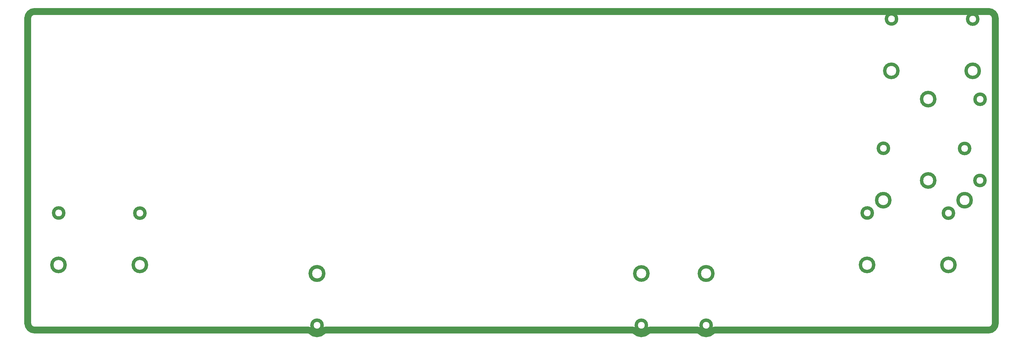
<source format=gbr>
%TF.GenerationSoftware,KiCad,Pcbnew,8.0.1*%
%TF.CreationDate,2026-01-03T23:46:27+09:00*%
%TF.ProjectId,Cloudnine_rp2040,436c6f75-646e-4696-9e65-5f7270323034,rev?*%
%TF.SameCoordinates,Original*%
%TF.FileFunction,Legend,Top*%
%TF.FilePolarity,Positive*%
%FSLAX46Y46*%
G04 Gerber Fmt 4.6, Leading zero omitted, Abs format (unit mm)*
G04 Created by KiCad (PCBNEW 8.0.1) date 2026-01-03 23:46:27*
%MOMM*%
%LPD*%
G01*
G04 APERTURE LIST*
%ADD10C,2.000000*%
%ADD11C,1.000000*%
G04 APERTURE END LIST*
D10*
X204533331Y-117650000D02*
X218491667Y-117650000D01*
X23774999Y-117650000D02*
X104191699Y-117650000D01*
X21774999Y-26050000D02*
G75*
G02*
X23774999Y-24049999I2000001J0D01*
G01*
X223558331Y-117650000D02*
X303975001Y-117650000D01*
X303975000Y-24050000D02*
X23774999Y-24050000D01*
X199466667Y-117650000D02*
G75*
G02*
X200190493Y-117959983I33J-1000000D01*
G01*
X222834522Y-117960001D02*
G75*
G02*
X219215478Y-117960000I-1809522J1725001D01*
G01*
X305975000Y-115650001D02*
X305975000Y-26049999D01*
X108534521Y-117960000D02*
G75*
G02*
X104915478Y-117959999I-1809521J1725000D01*
G01*
X203809522Y-117960000D02*
G75*
G02*
X200190476Y-117960000I-1809523J1725002D01*
G01*
X218491667Y-117650000D02*
G75*
G02*
X219215494Y-117959984I33J-1000000D01*
G01*
X104191699Y-117650000D02*
G75*
G02*
X104915472Y-117960005I1J-999900D01*
G01*
X222834522Y-117960001D02*
G75*
G02*
X223558331Y-117650024I723778J-689999D01*
G01*
X108534522Y-117960001D02*
G75*
G02*
X109264230Y-117650018I723978J-690399D01*
G01*
X23774999Y-117650000D02*
G75*
G02*
X21775000Y-115650001I1J2000000D01*
G01*
X303975000Y-24050000D02*
G75*
G02*
X305975000Y-26049999I0J-2000000D01*
G01*
X305975000Y-115650001D02*
G75*
G02*
X303975001Y-117650000I-2000000J1D01*
G01*
X109264230Y-117650000D02*
X199466667Y-117650000D01*
X21774999Y-26050000D02*
X21774998Y-115650001D01*
X203809522Y-117960000D02*
G75*
G02*
X204533331Y-117650023I723778J-690000D01*
G01*
D11*
%TO.C,REF\u002A\u002A*%
X270250000Y-98500000D02*
G75*
G02*
X266350000Y-98500000I-1950000J0D01*
G01*
X266350000Y-98500000D02*
G75*
G02*
X270250000Y-98500000I1950000J0D01*
G01*
X269850000Y-83250000D02*
G75*
G02*
X266850000Y-83250000I-1500000J0D01*
G01*
X266850000Y-83250000D02*
G75*
G02*
X269850000Y-83250000I1500000J0D01*
G01*
X293700000Y-83300000D02*
G75*
G02*
X290700000Y-83300000I-1500000J0D01*
G01*
X290700000Y-83300000D02*
G75*
G02*
X293700000Y-83300000I1500000J0D01*
G01*
X294150000Y-98500000D02*
G75*
G02*
X290250000Y-98500000I-1950000J0D01*
G01*
X290250000Y-98500000D02*
G75*
G02*
X294150000Y-98500000I1950000J0D01*
G01*
X108725000Y-101024200D02*
G75*
G02*
X104724998Y-101024200I-2000001J0D01*
G01*
X104724998Y-101024200D02*
G75*
G02*
X108725000Y-101024200I2000001J0D01*
G01*
X108225000Y-116234999D02*
G75*
G02*
X105225000Y-116234999I-1500000J0D01*
G01*
X105225000Y-116234999D02*
G75*
G02*
X108225000Y-116234999I1500000J0D01*
G01*
X223025000Y-101025000D02*
G75*
G02*
X219025000Y-101025000I-2000000J0D01*
G01*
X219025000Y-101025000D02*
G75*
G02*
X223025000Y-101025000I2000000J0D01*
G01*
X222525000Y-116234999D02*
G75*
G02*
X219525000Y-116234999I-1500000J0D01*
G01*
X219525000Y-116234999D02*
G75*
G02*
X222525000Y-116234999I1500000J0D01*
G01*
X288200000Y-49800000D02*
G75*
G02*
X284300000Y-49800000I-1950000J0D01*
G01*
X284300000Y-49800000D02*
G75*
G02*
X288200000Y-49800000I1950000J0D01*
G01*
X288200000Y-73700000D02*
G75*
G02*
X284300000Y-73700000I-1950000J0D01*
G01*
X284300000Y-73700000D02*
G75*
G02*
X288200000Y-73700000I1950000J0D01*
G01*
X302950000Y-73700000D02*
G75*
G02*
X299950000Y-73700000I-1500000J0D01*
G01*
X299950000Y-73700000D02*
G75*
G02*
X302950000Y-73700000I1500000J0D01*
G01*
X303000000Y-49850000D02*
G75*
G02*
X300000000Y-49850000I-1500000J0D01*
G01*
X300000000Y-49850000D02*
G75*
G02*
X303000000Y-49850000I1500000J0D01*
G01*
X108700000Y-101025000D02*
G75*
G02*
X104800000Y-101025000I-1950000J0D01*
G01*
X104800000Y-101025000D02*
G75*
G02*
X108700000Y-101025000I1950000J0D01*
G01*
X108250000Y-116234999D02*
G75*
G02*
X105250000Y-116234999I-1500000J0D01*
G01*
X105250000Y-116234999D02*
G75*
G02*
X108250000Y-116234999I1500000J0D01*
G01*
X203950000Y-101025000D02*
G75*
G02*
X200050000Y-101025000I-1950000J0D01*
G01*
X200050000Y-101025000D02*
G75*
G02*
X203950000Y-101025000I1950000J0D01*
G01*
X203500000Y-116234999D02*
G75*
G02*
X200500000Y-116234999I-1500000J0D01*
G01*
X200500000Y-116234999D02*
G75*
G02*
X203500000Y-116234999I1500000J0D01*
G01*
X277375000Y-41500000D02*
G75*
G02*
X273475000Y-41500000I-1950000J0D01*
G01*
X273475000Y-41500000D02*
G75*
G02*
X277375000Y-41500000I1950000J0D01*
G01*
X276975000Y-26250000D02*
G75*
G02*
X273975000Y-26250000I-1500000J0D01*
G01*
X273975000Y-26250000D02*
G75*
G02*
X276975000Y-26250000I1500000J0D01*
G01*
X300825000Y-26300000D02*
G75*
G02*
X297825000Y-26300000I-1500000J0D01*
G01*
X297825000Y-26300000D02*
G75*
G02*
X300825000Y-26300000I1500000J0D01*
G01*
X301275000Y-41500000D02*
G75*
G02*
X297375000Y-41500000I-1950000J0D01*
G01*
X297375000Y-41500000D02*
G75*
G02*
X301275000Y-41500000I1950000J0D01*
G01*
X32750000Y-98500000D02*
G75*
G02*
X28850000Y-98500000I-1950000J0D01*
G01*
X28850000Y-98500000D02*
G75*
G02*
X32750000Y-98500000I1950000J0D01*
G01*
X32350000Y-83250000D02*
G75*
G02*
X29350000Y-83250000I-1500000J0D01*
G01*
X29350000Y-83250000D02*
G75*
G02*
X32350000Y-83250000I1500000J0D01*
G01*
X56200000Y-83300000D02*
G75*
G02*
X53200000Y-83300000I-1500000J0D01*
G01*
X53200000Y-83300000D02*
G75*
G02*
X56200000Y-83300000I1500000J0D01*
G01*
X56650000Y-98500000D02*
G75*
G02*
X52750000Y-98500000I-1950000J0D01*
G01*
X52750000Y-98500000D02*
G75*
G02*
X56650000Y-98500000I1950000J0D01*
G01*
X275000000Y-79500000D02*
G75*
G02*
X271100000Y-79500000I-1950000J0D01*
G01*
X271100000Y-79500000D02*
G75*
G02*
X275000000Y-79500000I1950000J0D01*
G01*
X274600000Y-64250000D02*
G75*
G02*
X271600000Y-64250000I-1500000J0D01*
G01*
X271600000Y-64250000D02*
G75*
G02*
X274600000Y-64250000I1500000J0D01*
G01*
X298450000Y-64300000D02*
G75*
G02*
X295450000Y-64300000I-1500000J0D01*
G01*
X295450000Y-64300000D02*
G75*
G02*
X298450000Y-64300000I1500000J0D01*
G01*
X298900000Y-79500000D02*
G75*
G02*
X295000000Y-79500000I-1950000J0D01*
G01*
X295000000Y-79500000D02*
G75*
G02*
X298900000Y-79500000I1950000J0D01*
G01*
%TD*%
M02*

</source>
